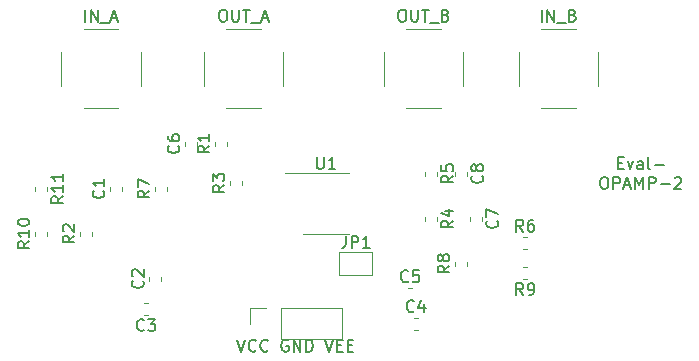
<source format=gbr>
G04 #@! TF.GenerationSoftware,KiCad,Pcbnew,(5.1.2)-2*
G04 #@! TF.CreationDate,2019-07-06T21:40:03+08:00*
G04 #@! TF.ProjectId,ADA4522,41444134-3532-4322-9e6b-696361645f70,rev?*
G04 #@! TF.SameCoordinates,Original*
G04 #@! TF.FileFunction,Legend,Top*
G04 #@! TF.FilePolarity,Positive*
%FSLAX46Y46*%
G04 Gerber Fmt 4.6, Leading zero omitted, Abs format (unit mm)*
G04 Created by KiCad (PCBNEW (5.1.2)-2) date 2019-07-06 21:40:03*
%MOMM*%
%LPD*%
G04 APERTURE LIST*
%ADD10C,0.150000*%
%ADD11C,0.120000*%
G04 APERTURE END LIST*
D10*
X172061428Y-80383571D02*
X172394761Y-80383571D01*
X172537619Y-80907380D02*
X172061428Y-80907380D01*
X172061428Y-79907380D01*
X172537619Y-79907380D01*
X172870952Y-80240714D02*
X173109047Y-80907380D01*
X173347142Y-80240714D01*
X174156666Y-80907380D02*
X174156666Y-80383571D01*
X174109047Y-80288333D01*
X174013809Y-80240714D01*
X173823333Y-80240714D01*
X173728095Y-80288333D01*
X174156666Y-80859761D02*
X174061428Y-80907380D01*
X173823333Y-80907380D01*
X173728095Y-80859761D01*
X173680476Y-80764523D01*
X173680476Y-80669285D01*
X173728095Y-80574047D01*
X173823333Y-80526428D01*
X174061428Y-80526428D01*
X174156666Y-80478809D01*
X174775714Y-80907380D02*
X174680476Y-80859761D01*
X174632857Y-80764523D01*
X174632857Y-79907380D01*
X175156666Y-80526428D02*
X175918571Y-80526428D01*
X170799523Y-81557380D02*
X170990000Y-81557380D01*
X171085238Y-81605000D01*
X171180476Y-81700238D01*
X171228095Y-81890714D01*
X171228095Y-82224047D01*
X171180476Y-82414523D01*
X171085238Y-82509761D01*
X170990000Y-82557380D01*
X170799523Y-82557380D01*
X170704285Y-82509761D01*
X170609047Y-82414523D01*
X170561428Y-82224047D01*
X170561428Y-81890714D01*
X170609047Y-81700238D01*
X170704285Y-81605000D01*
X170799523Y-81557380D01*
X171656666Y-82557380D02*
X171656666Y-81557380D01*
X172037619Y-81557380D01*
X172132857Y-81605000D01*
X172180476Y-81652619D01*
X172228095Y-81747857D01*
X172228095Y-81890714D01*
X172180476Y-81985952D01*
X172132857Y-82033571D01*
X172037619Y-82081190D01*
X171656666Y-82081190D01*
X172609047Y-82271666D02*
X173085238Y-82271666D01*
X172513809Y-82557380D02*
X172847142Y-81557380D01*
X173180476Y-82557380D01*
X173513809Y-82557380D02*
X173513809Y-81557380D01*
X173847142Y-82271666D01*
X174180476Y-81557380D01*
X174180476Y-82557380D01*
X174656666Y-82557380D02*
X174656666Y-81557380D01*
X175037619Y-81557380D01*
X175132857Y-81605000D01*
X175180476Y-81652619D01*
X175228095Y-81747857D01*
X175228095Y-81890714D01*
X175180476Y-81985952D01*
X175132857Y-82033571D01*
X175037619Y-82081190D01*
X174656666Y-82081190D01*
X175656666Y-82176428D02*
X176418571Y-82176428D01*
X176847142Y-81652619D02*
X176894761Y-81605000D01*
X176990000Y-81557380D01*
X177228095Y-81557380D01*
X177323333Y-81605000D01*
X177370952Y-81652619D01*
X177418571Y-81747857D01*
X177418571Y-81843095D01*
X177370952Y-81985952D01*
X176799523Y-82557380D01*
X177418571Y-82557380D01*
D11*
X165555000Y-69035000D02*
X168455000Y-69035000D01*
X165555000Y-75745000D02*
X168455000Y-75745000D01*
X170360000Y-70940000D02*
X170360000Y-73840000D01*
X163650000Y-70940000D02*
X163650000Y-73840000D01*
X148460000Y-87900000D02*
X151260000Y-87900000D01*
X151260000Y-87900000D02*
X151260000Y-89900000D01*
X151260000Y-89900000D02*
X148460000Y-89900000D01*
X148460000Y-89900000D02*
X148460000Y-87900000D01*
X130050000Y-82712779D02*
X130050000Y-82387221D01*
X129030000Y-82712779D02*
X129030000Y-82387221D01*
X133377500Y-90332779D02*
X133377500Y-90007221D01*
X132357500Y-90332779D02*
X132357500Y-90007221D01*
X132242779Y-93220000D02*
X131917221Y-93220000D01*
X132242779Y-92200000D02*
X131917221Y-92200000D01*
X154777221Y-94490000D02*
X155102779Y-94490000D01*
X154777221Y-93470000D02*
X155102779Y-93470000D01*
X154294721Y-90930000D02*
X154620279Y-90930000D01*
X154294721Y-91950000D02*
X154620279Y-91950000D01*
X135380000Y-78902779D02*
X135380000Y-78577221D01*
X136400000Y-78902779D02*
X136400000Y-78577221D01*
X159510000Y-84927221D02*
X159510000Y-85252779D01*
X160530000Y-84927221D02*
X160530000Y-85252779D01*
X159260000Y-81117221D02*
X159260000Y-81442779D01*
X158240000Y-81117221D02*
X158240000Y-81442779D01*
X126820000Y-69035000D02*
X129720000Y-69035000D01*
X126820000Y-75745000D02*
X129720000Y-75745000D01*
X131625000Y-70940000D02*
X131625000Y-73840000D01*
X124915000Y-70940000D02*
X124915000Y-73840000D01*
X136980000Y-70940000D02*
X136980000Y-73840000D01*
X143690000Y-70940000D02*
X143690000Y-73840000D01*
X138885000Y-75745000D02*
X141785000Y-75745000D01*
X138885000Y-69035000D02*
X141785000Y-69035000D01*
X143510000Y-95310000D02*
X143510000Y-92650000D01*
X143510000Y-95310000D02*
X148650000Y-95310000D01*
X148650000Y-95310000D02*
X148650000Y-92650000D01*
X143510000Y-92650000D02*
X148650000Y-92650000D01*
X140910000Y-92650000D02*
X142240000Y-92650000D01*
X140910000Y-93980000D02*
X140910000Y-92650000D01*
X152220000Y-70940000D02*
X152220000Y-73840000D01*
X158930000Y-70940000D02*
X158930000Y-73840000D01*
X154125000Y-75745000D02*
X157025000Y-75745000D01*
X154125000Y-69035000D02*
X157025000Y-69035000D01*
X138940000Y-78902779D02*
X138940000Y-78577221D01*
X137920000Y-78902779D02*
X137920000Y-78577221D01*
X126490000Y-86522779D02*
X126490000Y-86197221D01*
X127510000Y-86522779D02*
X127510000Y-86197221D01*
X140210000Y-82230279D02*
X140210000Y-81904721D01*
X139190000Y-82230279D02*
X139190000Y-81904721D01*
X156720000Y-84927221D02*
X156720000Y-85252779D01*
X155700000Y-84927221D02*
X155700000Y-85252779D01*
X155700000Y-81117221D02*
X155700000Y-81442779D01*
X156720000Y-81117221D02*
X156720000Y-81442779D01*
X164032222Y-87665001D02*
X164357780Y-87665001D01*
X164032222Y-86645001D02*
X164357780Y-86645001D01*
X132840000Y-82712779D02*
X132840000Y-82387221D01*
X133860000Y-82712779D02*
X133860000Y-82387221D01*
X158240000Y-89062779D02*
X158240000Y-88737221D01*
X159260000Y-89062779D02*
X159260000Y-88737221D01*
X164357780Y-89155001D02*
X164032222Y-89155001D01*
X164357780Y-90175001D02*
X164032222Y-90175001D01*
X122680000Y-86522779D02*
X122680000Y-86197221D01*
X123700000Y-86522779D02*
X123700000Y-86197221D01*
X123700000Y-82387221D02*
X123700000Y-82712779D01*
X122680000Y-82387221D02*
X122680000Y-82712779D01*
X147320000Y-86380000D02*
X149270000Y-86380000D01*
X147320000Y-86380000D02*
X145370000Y-86380000D01*
X147320000Y-81260000D02*
X149270000Y-81260000D01*
X147320000Y-81260000D02*
X143870000Y-81260000D01*
D10*
X165600238Y-68397380D02*
X165600238Y-67397380D01*
X166076428Y-68397380D02*
X166076428Y-67397380D01*
X166647857Y-68397380D01*
X166647857Y-67397380D01*
X166885952Y-68492619D02*
X167647857Y-68492619D01*
X168219285Y-67873571D02*
X168362142Y-67921190D01*
X168409761Y-67968809D01*
X168457380Y-68064047D01*
X168457380Y-68206904D01*
X168409761Y-68302142D01*
X168362142Y-68349761D01*
X168266904Y-68397380D01*
X167885952Y-68397380D01*
X167885952Y-67397380D01*
X168219285Y-67397380D01*
X168314523Y-67445000D01*
X168362142Y-67492619D01*
X168409761Y-67587857D01*
X168409761Y-67683095D01*
X168362142Y-67778333D01*
X168314523Y-67825952D01*
X168219285Y-67873571D01*
X167885952Y-67873571D01*
X149026666Y-86552380D02*
X149026666Y-87266666D01*
X148979047Y-87409523D01*
X148883809Y-87504761D01*
X148740952Y-87552380D01*
X148645714Y-87552380D01*
X149502857Y-87552380D02*
X149502857Y-86552380D01*
X149883809Y-86552380D01*
X149979047Y-86600000D01*
X150026666Y-86647619D01*
X150074285Y-86742857D01*
X150074285Y-86885714D01*
X150026666Y-86980952D01*
X149979047Y-87028571D01*
X149883809Y-87076190D01*
X149502857Y-87076190D01*
X151026666Y-87552380D02*
X150455238Y-87552380D01*
X150740952Y-87552380D02*
X150740952Y-86552380D01*
X150645714Y-86695238D01*
X150550476Y-86790476D01*
X150455238Y-86838095D01*
X128467142Y-82716666D02*
X128514761Y-82764285D01*
X128562380Y-82907142D01*
X128562380Y-83002380D01*
X128514761Y-83145238D01*
X128419523Y-83240476D01*
X128324285Y-83288095D01*
X128133809Y-83335714D01*
X127990952Y-83335714D01*
X127800476Y-83288095D01*
X127705238Y-83240476D01*
X127610000Y-83145238D01*
X127562380Y-83002380D01*
X127562380Y-82907142D01*
X127610000Y-82764285D01*
X127657619Y-82716666D01*
X128562380Y-81764285D02*
X128562380Y-82335714D01*
X128562380Y-82050000D02*
X127562380Y-82050000D01*
X127705238Y-82145238D01*
X127800476Y-82240476D01*
X127848095Y-82335714D01*
X131794642Y-90336666D02*
X131842261Y-90384285D01*
X131889880Y-90527142D01*
X131889880Y-90622380D01*
X131842261Y-90765238D01*
X131747023Y-90860476D01*
X131651785Y-90908095D01*
X131461309Y-90955714D01*
X131318452Y-90955714D01*
X131127976Y-90908095D01*
X131032738Y-90860476D01*
X130937500Y-90765238D01*
X130889880Y-90622380D01*
X130889880Y-90527142D01*
X130937500Y-90384285D01*
X130985119Y-90336666D01*
X130985119Y-89955714D02*
X130937500Y-89908095D01*
X130889880Y-89812857D01*
X130889880Y-89574761D01*
X130937500Y-89479523D01*
X130985119Y-89431904D01*
X131080357Y-89384285D01*
X131175595Y-89384285D01*
X131318452Y-89431904D01*
X131889880Y-90003333D01*
X131889880Y-89384285D01*
X131913333Y-94497142D02*
X131865714Y-94544761D01*
X131722857Y-94592380D01*
X131627619Y-94592380D01*
X131484761Y-94544761D01*
X131389523Y-94449523D01*
X131341904Y-94354285D01*
X131294285Y-94163809D01*
X131294285Y-94020952D01*
X131341904Y-93830476D01*
X131389523Y-93735238D01*
X131484761Y-93640000D01*
X131627619Y-93592380D01*
X131722857Y-93592380D01*
X131865714Y-93640000D01*
X131913333Y-93687619D01*
X132246666Y-93592380D02*
X132865714Y-93592380D01*
X132532380Y-93973333D01*
X132675238Y-93973333D01*
X132770476Y-94020952D01*
X132818095Y-94068571D01*
X132865714Y-94163809D01*
X132865714Y-94401904D01*
X132818095Y-94497142D01*
X132770476Y-94544761D01*
X132675238Y-94592380D01*
X132389523Y-94592380D01*
X132294285Y-94544761D01*
X132246666Y-94497142D01*
X154773333Y-92907142D02*
X154725714Y-92954761D01*
X154582857Y-93002380D01*
X154487619Y-93002380D01*
X154344761Y-92954761D01*
X154249523Y-92859523D01*
X154201904Y-92764285D01*
X154154285Y-92573809D01*
X154154285Y-92430952D01*
X154201904Y-92240476D01*
X154249523Y-92145238D01*
X154344761Y-92050000D01*
X154487619Y-92002380D01*
X154582857Y-92002380D01*
X154725714Y-92050000D01*
X154773333Y-92097619D01*
X155630476Y-92335714D02*
X155630476Y-93002380D01*
X155392380Y-91954761D02*
X155154285Y-92669047D01*
X155773333Y-92669047D01*
X154290833Y-90367142D02*
X154243214Y-90414761D01*
X154100357Y-90462380D01*
X154005119Y-90462380D01*
X153862261Y-90414761D01*
X153767023Y-90319523D01*
X153719404Y-90224285D01*
X153671785Y-90033809D01*
X153671785Y-89890952D01*
X153719404Y-89700476D01*
X153767023Y-89605238D01*
X153862261Y-89510000D01*
X154005119Y-89462380D01*
X154100357Y-89462380D01*
X154243214Y-89510000D01*
X154290833Y-89557619D01*
X155195595Y-89462380D02*
X154719404Y-89462380D01*
X154671785Y-89938571D01*
X154719404Y-89890952D01*
X154814642Y-89843333D01*
X155052738Y-89843333D01*
X155147976Y-89890952D01*
X155195595Y-89938571D01*
X155243214Y-90033809D01*
X155243214Y-90271904D01*
X155195595Y-90367142D01*
X155147976Y-90414761D01*
X155052738Y-90462380D01*
X154814642Y-90462380D01*
X154719404Y-90414761D01*
X154671785Y-90367142D01*
X134817142Y-78906666D02*
X134864761Y-78954285D01*
X134912380Y-79097142D01*
X134912380Y-79192380D01*
X134864761Y-79335238D01*
X134769523Y-79430476D01*
X134674285Y-79478095D01*
X134483809Y-79525714D01*
X134340952Y-79525714D01*
X134150476Y-79478095D01*
X134055238Y-79430476D01*
X133960000Y-79335238D01*
X133912380Y-79192380D01*
X133912380Y-79097142D01*
X133960000Y-78954285D01*
X134007619Y-78906666D01*
X133912380Y-78049523D02*
X133912380Y-78240000D01*
X133960000Y-78335238D01*
X134007619Y-78382857D01*
X134150476Y-78478095D01*
X134340952Y-78525714D01*
X134721904Y-78525714D01*
X134817142Y-78478095D01*
X134864761Y-78430476D01*
X134912380Y-78335238D01*
X134912380Y-78144761D01*
X134864761Y-78049523D01*
X134817142Y-78001904D01*
X134721904Y-77954285D01*
X134483809Y-77954285D01*
X134388571Y-78001904D01*
X134340952Y-78049523D01*
X134293333Y-78144761D01*
X134293333Y-78335238D01*
X134340952Y-78430476D01*
X134388571Y-78478095D01*
X134483809Y-78525714D01*
X161807142Y-85256666D02*
X161854761Y-85304285D01*
X161902380Y-85447142D01*
X161902380Y-85542380D01*
X161854761Y-85685238D01*
X161759523Y-85780476D01*
X161664285Y-85828095D01*
X161473809Y-85875714D01*
X161330952Y-85875714D01*
X161140476Y-85828095D01*
X161045238Y-85780476D01*
X160950000Y-85685238D01*
X160902380Y-85542380D01*
X160902380Y-85447142D01*
X160950000Y-85304285D01*
X160997619Y-85256666D01*
X160902380Y-84923333D02*
X160902380Y-84256666D01*
X161902380Y-84685238D01*
X160537142Y-81446666D02*
X160584761Y-81494285D01*
X160632380Y-81637142D01*
X160632380Y-81732380D01*
X160584761Y-81875238D01*
X160489523Y-81970476D01*
X160394285Y-82018095D01*
X160203809Y-82065714D01*
X160060952Y-82065714D01*
X159870476Y-82018095D01*
X159775238Y-81970476D01*
X159680000Y-81875238D01*
X159632380Y-81732380D01*
X159632380Y-81637142D01*
X159680000Y-81494285D01*
X159727619Y-81446666D01*
X160060952Y-80875238D02*
X160013333Y-80970476D01*
X159965714Y-81018095D01*
X159870476Y-81065714D01*
X159822857Y-81065714D01*
X159727619Y-81018095D01*
X159680000Y-80970476D01*
X159632380Y-80875238D01*
X159632380Y-80684761D01*
X159680000Y-80589523D01*
X159727619Y-80541904D01*
X159822857Y-80494285D01*
X159870476Y-80494285D01*
X159965714Y-80541904D01*
X160013333Y-80589523D01*
X160060952Y-80684761D01*
X160060952Y-80875238D01*
X160108571Y-80970476D01*
X160156190Y-81018095D01*
X160251428Y-81065714D01*
X160441904Y-81065714D01*
X160537142Y-81018095D01*
X160584761Y-80970476D01*
X160632380Y-80875238D01*
X160632380Y-80684761D01*
X160584761Y-80589523D01*
X160537142Y-80541904D01*
X160441904Y-80494285D01*
X160251428Y-80494285D01*
X160156190Y-80541904D01*
X160108571Y-80589523D01*
X160060952Y-80684761D01*
X126936666Y-68397380D02*
X126936666Y-67397380D01*
X127412857Y-68397380D02*
X127412857Y-67397380D01*
X127984285Y-68397380D01*
X127984285Y-67397380D01*
X128222380Y-68492619D02*
X128984285Y-68492619D01*
X129174761Y-68111666D02*
X129650952Y-68111666D01*
X129079523Y-68397380D02*
X129412857Y-67397380D01*
X129746190Y-68397380D01*
X138525476Y-67397380D02*
X138715952Y-67397380D01*
X138811190Y-67445000D01*
X138906428Y-67540238D01*
X138954047Y-67730714D01*
X138954047Y-68064047D01*
X138906428Y-68254523D01*
X138811190Y-68349761D01*
X138715952Y-68397380D01*
X138525476Y-68397380D01*
X138430238Y-68349761D01*
X138335000Y-68254523D01*
X138287380Y-68064047D01*
X138287380Y-67730714D01*
X138335000Y-67540238D01*
X138430238Y-67445000D01*
X138525476Y-67397380D01*
X139382619Y-67397380D02*
X139382619Y-68206904D01*
X139430238Y-68302142D01*
X139477857Y-68349761D01*
X139573095Y-68397380D01*
X139763571Y-68397380D01*
X139858809Y-68349761D01*
X139906428Y-68302142D01*
X139954047Y-68206904D01*
X139954047Y-67397380D01*
X140287380Y-67397380D02*
X140858809Y-67397380D01*
X140573095Y-68397380D02*
X140573095Y-67397380D01*
X140954047Y-68492619D02*
X141715952Y-68492619D01*
X141906428Y-68111666D02*
X142382619Y-68111666D01*
X141811190Y-68397380D02*
X142144523Y-67397380D01*
X142477857Y-68397380D01*
X139827619Y-95337380D02*
X140160952Y-96337380D01*
X140494285Y-95337380D01*
X141399047Y-96242142D02*
X141351428Y-96289761D01*
X141208571Y-96337380D01*
X141113333Y-96337380D01*
X140970476Y-96289761D01*
X140875238Y-96194523D01*
X140827619Y-96099285D01*
X140780000Y-95908809D01*
X140780000Y-95765952D01*
X140827619Y-95575476D01*
X140875238Y-95480238D01*
X140970476Y-95385000D01*
X141113333Y-95337380D01*
X141208571Y-95337380D01*
X141351428Y-95385000D01*
X141399047Y-95432619D01*
X142399047Y-96242142D02*
X142351428Y-96289761D01*
X142208571Y-96337380D01*
X142113333Y-96337380D01*
X141970476Y-96289761D01*
X141875238Y-96194523D01*
X141827619Y-96099285D01*
X141780000Y-95908809D01*
X141780000Y-95765952D01*
X141827619Y-95575476D01*
X141875238Y-95480238D01*
X141970476Y-95385000D01*
X142113333Y-95337380D01*
X142208571Y-95337380D01*
X142351428Y-95385000D01*
X142399047Y-95432619D01*
X144113333Y-95385000D02*
X144018095Y-95337380D01*
X143875238Y-95337380D01*
X143732380Y-95385000D01*
X143637142Y-95480238D01*
X143589523Y-95575476D01*
X143541904Y-95765952D01*
X143541904Y-95908809D01*
X143589523Y-96099285D01*
X143637142Y-96194523D01*
X143732380Y-96289761D01*
X143875238Y-96337380D01*
X143970476Y-96337380D01*
X144113333Y-96289761D01*
X144160952Y-96242142D01*
X144160952Y-95908809D01*
X143970476Y-95908809D01*
X144589523Y-96337380D02*
X144589523Y-95337380D01*
X145160952Y-96337380D01*
X145160952Y-95337380D01*
X145637142Y-96337380D02*
X145637142Y-95337380D01*
X145875238Y-95337380D01*
X146018095Y-95385000D01*
X146113333Y-95480238D01*
X146160952Y-95575476D01*
X146208571Y-95765952D01*
X146208571Y-95908809D01*
X146160952Y-96099285D01*
X146113333Y-96194523D01*
X146018095Y-96289761D01*
X145875238Y-96337380D01*
X145637142Y-96337380D01*
X147256190Y-95337380D02*
X147589523Y-96337380D01*
X147922857Y-95337380D01*
X148256190Y-95813571D02*
X148589523Y-95813571D01*
X148732380Y-96337380D02*
X148256190Y-96337380D01*
X148256190Y-95337380D01*
X148732380Y-95337380D01*
X149160952Y-95813571D02*
X149494285Y-95813571D01*
X149637142Y-96337380D02*
X149160952Y-96337380D01*
X149160952Y-95337380D01*
X149637142Y-95337380D01*
X153694047Y-67397380D02*
X153884523Y-67397380D01*
X153979761Y-67445000D01*
X154075000Y-67540238D01*
X154122619Y-67730714D01*
X154122619Y-68064047D01*
X154075000Y-68254523D01*
X153979761Y-68349761D01*
X153884523Y-68397380D01*
X153694047Y-68397380D01*
X153598809Y-68349761D01*
X153503571Y-68254523D01*
X153455952Y-68064047D01*
X153455952Y-67730714D01*
X153503571Y-67540238D01*
X153598809Y-67445000D01*
X153694047Y-67397380D01*
X154551190Y-67397380D02*
X154551190Y-68206904D01*
X154598809Y-68302142D01*
X154646428Y-68349761D01*
X154741666Y-68397380D01*
X154932142Y-68397380D01*
X155027380Y-68349761D01*
X155075000Y-68302142D01*
X155122619Y-68206904D01*
X155122619Y-67397380D01*
X155455952Y-67397380D02*
X156027380Y-67397380D01*
X155741666Y-68397380D02*
X155741666Y-67397380D01*
X156122619Y-68492619D02*
X156884523Y-68492619D01*
X157455952Y-67873571D02*
X157598809Y-67921190D01*
X157646428Y-67968809D01*
X157694047Y-68064047D01*
X157694047Y-68206904D01*
X157646428Y-68302142D01*
X157598809Y-68349761D01*
X157503571Y-68397380D01*
X157122619Y-68397380D01*
X157122619Y-67397380D01*
X157455952Y-67397380D01*
X157551190Y-67445000D01*
X157598809Y-67492619D01*
X157646428Y-67587857D01*
X157646428Y-67683095D01*
X157598809Y-67778333D01*
X157551190Y-67825952D01*
X157455952Y-67873571D01*
X157122619Y-67873571D01*
X137452380Y-78906666D02*
X136976190Y-79240000D01*
X137452380Y-79478095D02*
X136452380Y-79478095D01*
X136452380Y-79097142D01*
X136500000Y-79001904D01*
X136547619Y-78954285D01*
X136642857Y-78906666D01*
X136785714Y-78906666D01*
X136880952Y-78954285D01*
X136928571Y-79001904D01*
X136976190Y-79097142D01*
X136976190Y-79478095D01*
X137452380Y-77954285D02*
X137452380Y-78525714D01*
X137452380Y-78240000D02*
X136452380Y-78240000D01*
X136595238Y-78335238D01*
X136690476Y-78430476D01*
X136738095Y-78525714D01*
X126022380Y-86526666D02*
X125546190Y-86860000D01*
X126022380Y-87098095D02*
X125022380Y-87098095D01*
X125022380Y-86717142D01*
X125070000Y-86621904D01*
X125117619Y-86574285D01*
X125212857Y-86526666D01*
X125355714Y-86526666D01*
X125450952Y-86574285D01*
X125498571Y-86621904D01*
X125546190Y-86717142D01*
X125546190Y-87098095D01*
X125117619Y-86145714D02*
X125070000Y-86098095D01*
X125022380Y-86002857D01*
X125022380Y-85764761D01*
X125070000Y-85669523D01*
X125117619Y-85621904D01*
X125212857Y-85574285D01*
X125308095Y-85574285D01*
X125450952Y-85621904D01*
X126022380Y-86193333D01*
X126022380Y-85574285D01*
X138722380Y-82234166D02*
X138246190Y-82567500D01*
X138722380Y-82805595D02*
X137722380Y-82805595D01*
X137722380Y-82424642D01*
X137770000Y-82329404D01*
X137817619Y-82281785D01*
X137912857Y-82234166D01*
X138055714Y-82234166D01*
X138150952Y-82281785D01*
X138198571Y-82329404D01*
X138246190Y-82424642D01*
X138246190Y-82805595D01*
X137722380Y-81900833D02*
X137722380Y-81281785D01*
X138103333Y-81615119D01*
X138103333Y-81472261D01*
X138150952Y-81377023D01*
X138198571Y-81329404D01*
X138293809Y-81281785D01*
X138531904Y-81281785D01*
X138627142Y-81329404D01*
X138674761Y-81377023D01*
X138722380Y-81472261D01*
X138722380Y-81757976D01*
X138674761Y-81853214D01*
X138627142Y-81900833D01*
X158092380Y-85256666D02*
X157616190Y-85590000D01*
X158092380Y-85828095D02*
X157092380Y-85828095D01*
X157092380Y-85447142D01*
X157140000Y-85351904D01*
X157187619Y-85304285D01*
X157282857Y-85256666D01*
X157425714Y-85256666D01*
X157520952Y-85304285D01*
X157568571Y-85351904D01*
X157616190Y-85447142D01*
X157616190Y-85828095D01*
X157425714Y-84399523D02*
X158092380Y-84399523D01*
X157044761Y-84637619D02*
X157759047Y-84875714D01*
X157759047Y-84256666D01*
X158092380Y-81446666D02*
X157616190Y-81780000D01*
X158092380Y-82018095D02*
X157092380Y-82018095D01*
X157092380Y-81637142D01*
X157140000Y-81541904D01*
X157187619Y-81494285D01*
X157282857Y-81446666D01*
X157425714Y-81446666D01*
X157520952Y-81494285D01*
X157568571Y-81541904D01*
X157616190Y-81637142D01*
X157616190Y-82018095D01*
X157092380Y-80541904D02*
X157092380Y-81018095D01*
X157568571Y-81065714D01*
X157520952Y-81018095D01*
X157473333Y-80922857D01*
X157473333Y-80684761D01*
X157520952Y-80589523D01*
X157568571Y-80541904D01*
X157663809Y-80494285D01*
X157901904Y-80494285D01*
X157997142Y-80541904D01*
X158044761Y-80589523D01*
X158092380Y-80684761D01*
X158092380Y-80922857D01*
X158044761Y-81018095D01*
X157997142Y-81065714D01*
X164028334Y-86177381D02*
X163695001Y-85701191D01*
X163456905Y-86177381D02*
X163456905Y-85177381D01*
X163837858Y-85177381D01*
X163933096Y-85225001D01*
X163980715Y-85272620D01*
X164028334Y-85367858D01*
X164028334Y-85510715D01*
X163980715Y-85605953D01*
X163933096Y-85653572D01*
X163837858Y-85701191D01*
X163456905Y-85701191D01*
X164885477Y-85177381D02*
X164695001Y-85177381D01*
X164599762Y-85225001D01*
X164552143Y-85272620D01*
X164456905Y-85415477D01*
X164409286Y-85605953D01*
X164409286Y-85986905D01*
X164456905Y-86082143D01*
X164504524Y-86129762D01*
X164599762Y-86177381D01*
X164790239Y-86177381D01*
X164885477Y-86129762D01*
X164933096Y-86082143D01*
X164980715Y-85986905D01*
X164980715Y-85748810D01*
X164933096Y-85653572D01*
X164885477Y-85605953D01*
X164790239Y-85558334D01*
X164599762Y-85558334D01*
X164504524Y-85605953D01*
X164456905Y-85653572D01*
X164409286Y-85748810D01*
X132372380Y-82716666D02*
X131896190Y-83050000D01*
X132372380Y-83288095D02*
X131372380Y-83288095D01*
X131372380Y-82907142D01*
X131420000Y-82811904D01*
X131467619Y-82764285D01*
X131562857Y-82716666D01*
X131705714Y-82716666D01*
X131800952Y-82764285D01*
X131848571Y-82811904D01*
X131896190Y-82907142D01*
X131896190Y-83288095D01*
X131372380Y-82383333D02*
X131372380Y-81716666D01*
X132372380Y-82145238D01*
X157772380Y-89066666D02*
X157296190Y-89400000D01*
X157772380Y-89638095D02*
X156772380Y-89638095D01*
X156772380Y-89257142D01*
X156820000Y-89161904D01*
X156867619Y-89114285D01*
X156962857Y-89066666D01*
X157105714Y-89066666D01*
X157200952Y-89114285D01*
X157248571Y-89161904D01*
X157296190Y-89257142D01*
X157296190Y-89638095D01*
X157200952Y-88495238D02*
X157153333Y-88590476D01*
X157105714Y-88638095D01*
X157010476Y-88685714D01*
X156962857Y-88685714D01*
X156867619Y-88638095D01*
X156820000Y-88590476D01*
X156772380Y-88495238D01*
X156772380Y-88304761D01*
X156820000Y-88209523D01*
X156867619Y-88161904D01*
X156962857Y-88114285D01*
X157010476Y-88114285D01*
X157105714Y-88161904D01*
X157153333Y-88209523D01*
X157200952Y-88304761D01*
X157200952Y-88495238D01*
X157248571Y-88590476D01*
X157296190Y-88638095D01*
X157391428Y-88685714D01*
X157581904Y-88685714D01*
X157677142Y-88638095D01*
X157724761Y-88590476D01*
X157772380Y-88495238D01*
X157772380Y-88304761D01*
X157724761Y-88209523D01*
X157677142Y-88161904D01*
X157581904Y-88114285D01*
X157391428Y-88114285D01*
X157296190Y-88161904D01*
X157248571Y-88209523D01*
X157200952Y-88304761D01*
X164028334Y-91547381D02*
X163695001Y-91071191D01*
X163456905Y-91547381D02*
X163456905Y-90547381D01*
X163837858Y-90547381D01*
X163933096Y-90595001D01*
X163980715Y-90642620D01*
X164028334Y-90737858D01*
X164028334Y-90880715D01*
X163980715Y-90975953D01*
X163933096Y-91023572D01*
X163837858Y-91071191D01*
X163456905Y-91071191D01*
X164504524Y-91547381D02*
X164695001Y-91547381D01*
X164790239Y-91499762D01*
X164837858Y-91452143D01*
X164933096Y-91309286D01*
X164980715Y-91118810D01*
X164980715Y-90737858D01*
X164933096Y-90642620D01*
X164885477Y-90595001D01*
X164790239Y-90547381D01*
X164599762Y-90547381D01*
X164504524Y-90595001D01*
X164456905Y-90642620D01*
X164409286Y-90737858D01*
X164409286Y-90975953D01*
X164456905Y-91071191D01*
X164504524Y-91118810D01*
X164599762Y-91166429D01*
X164790239Y-91166429D01*
X164885477Y-91118810D01*
X164933096Y-91071191D01*
X164980715Y-90975953D01*
X122212380Y-87002857D02*
X121736190Y-87336190D01*
X122212380Y-87574285D02*
X121212380Y-87574285D01*
X121212380Y-87193333D01*
X121260000Y-87098095D01*
X121307619Y-87050476D01*
X121402857Y-87002857D01*
X121545714Y-87002857D01*
X121640952Y-87050476D01*
X121688571Y-87098095D01*
X121736190Y-87193333D01*
X121736190Y-87574285D01*
X122212380Y-86050476D02*
X122212380Y-86621904D01*
X122212380Y-86336190D02*
X121212380Y-86336190D01*
X121355238Y-86431428D01*
X121450476Y-86526666D01*
X121498095Y-86621904D01*
X121212380Y-85431428D02*
X121212380Y-85336190D01*
X121260000Y-85240952D01*
X121307619Y-85193333D01*
X121402857Y-85145714D01*
X121593333Y-85098095D01*
X121831428Y-85098095D01*
X122021904Y-85145714D01*
X122117142Y-85193333D01*
X122164761Y-85240952D01*
X122212380Y-85336190D01*
X122212380Y-85431428D01*
X122164761Y-85526666D01*
X122117142Y-85574285D01*
X122021904Y-85621904D01*
X121831428Y-85669523D01*
X121593333Y-85669523D01*
X121402857Y-85621904D01*
X121307619Y-85574285D01*
X121260000Y-85526666D01*
X121212380Y-85431428D01*
X125072380Y-83192857D02*
X124596190Y-83526190D01*
X125072380Y-83764285D02*
X124072380Y-83764285D01*
X124072380Y-83383333D01*
X124120000Y-83288095D01*
X124167619Y-83240476D01*
X124262857Y-83192857D01*
X124405714Y-83192857D01*
X124500952Y-83240476D01*
X124548571Y-83288095D01*
X124596190Y-83383333D01*
X124596190Y-83764285D01*
X125072380Y-82240476D02*
X125072380Y-82811904D01*
X125072380Y-82526190D02*
X124072380Y-82526190D01*
X124215238Y-82621428D01*
X124310476Y-82716666D01*
X124358095Y-82811904D01*
X125072380Y-81288095D02*
X125072380Y-81859523D01*
X125072380Y-81573809D02*
X124072380Y-81573809D01*
X124215238Y-81669047D01*
X124310476Y-81764285D01*
X124358095Y-81859523D01*
X146558095Y-79872380D02*
X146558095Y-80681904D01*
X146605714Y-80777142D01*
X146653333Y-80824761D01*
X146748571Y-80872380D01*
X146939047Y-80872380D01*
X147034285Y-80824761D01*
X147081904Y-80777142D01*
X147129523Y-80681904D01*
X147129523Y-79872380D01*
X148129523Y-80872380D02*
X147558095Y-80872380D01*
X147843809Y-80872380D02*
X147843809Y-79872380D01*
X147748571Y-80015238D01*
X147653333Y-80110476D01*
X147558095Y-80158095D01*
M02*

</source>
